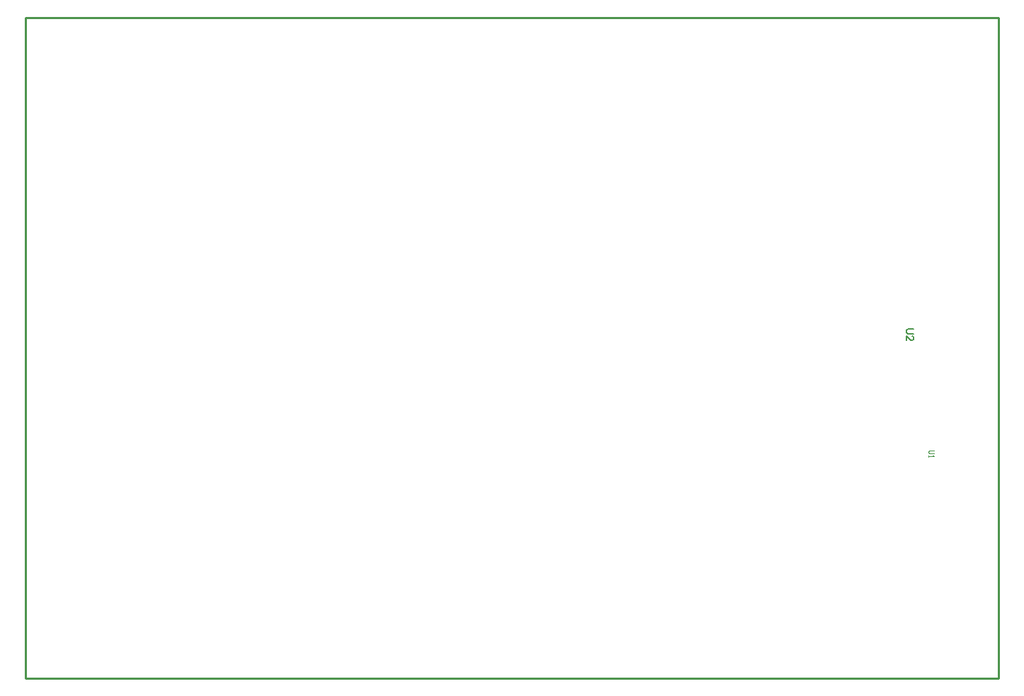
<source format=gm1>
G04*
G04 #@! TF.GenerationSoftware,Altium Limited,Altium Designer,20.1.12 (249)*
G04*
G04 Layer_Color=16711935*
%FSLAX25Y25*%
%MOIN*%
G70*
G04*
G04 #@! TF.SameCoordinates,443F414F-3E78-418D-B976-00322DCCCCD1*
G04*
G04*
G04 #@! TF.FilePolarity,Positive*
G04*
G01*
G75*
%ADD12C,0.01000*%
%ADD15C,0.00591*%
%ADD51C,0.00394*%
D12*
X582000Y172000D02*
X700000D01*
X242000D02*
X360000D01*
X242000Y401000D02*
Y483500D01*
X700000D01*
X242000Y401000D02*
X242000Y268000D01*
Y172000D02*
Y268000D01*
X360000Y172000D02*
X582000D01*
X700000D02*
Y483500D01*
D15*
X659893Y336528D02*
X657269D01*
X656744Y336003D01*
Y334953D01*
X657269Y334429D01*
X659893D01*
X656744Y331280D02*
Y333379D01*
X658843Y331280D01*
X659368D01*
X659893Y331805D01*
Y332854D01*
X659368Y333379D01*
D51*
X669532Y279500D02*
X667564D01*
X667171Y279106D01*
Y278319D01*
X667564Y277926D01*
X669532D01*
X667171Y277139D02*
Y276351D01*
Y276745D01*
X669532D01*
X669138Y277139D01*
M02*

</source>
